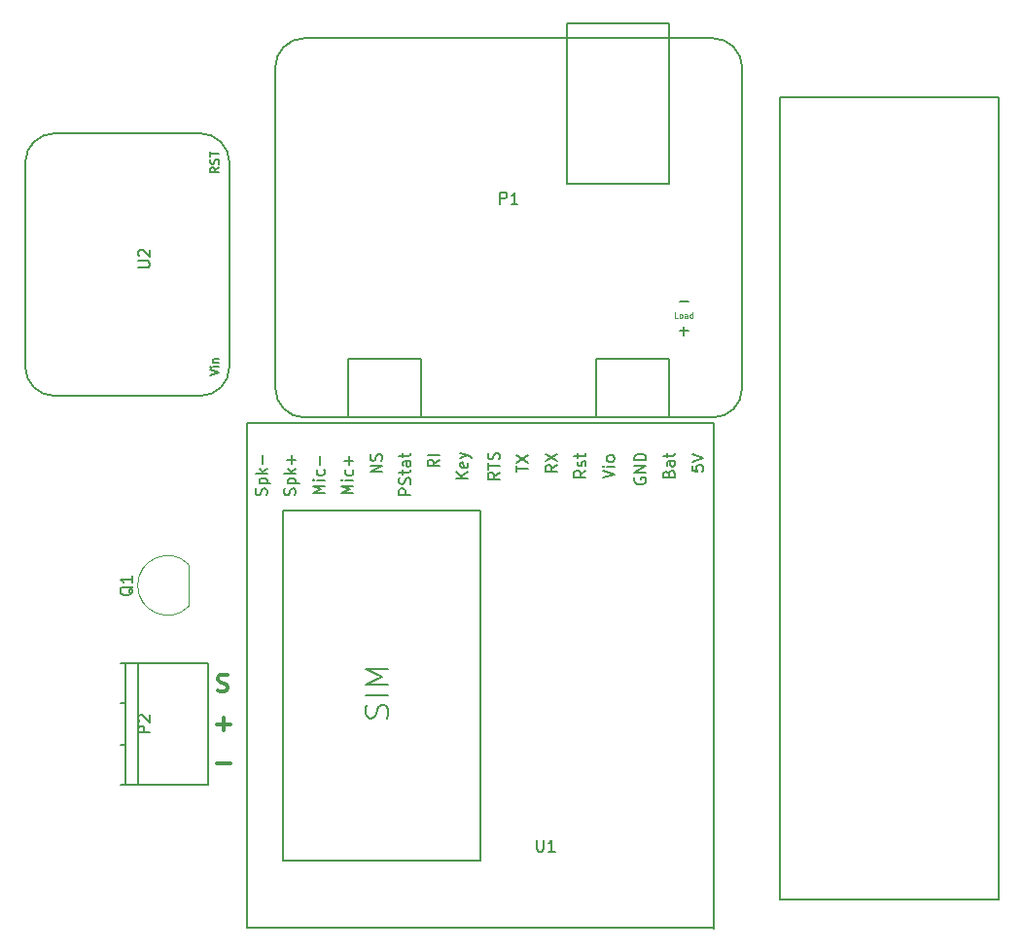
<source format=gbr>
G04 #@! TF.FileFunction,Legend,Top*
%FSLAX46Y46*%
G04 Gerber Fmt 4.6, Leading zero omitted, Abs format (unit mm)*
G04 Created by KiCad (PCBNEW 4.0.2-stable) date Thursday, March 16, 2017 'PMt' 02:05:18 PM*
%MOMM*%
G01*
G04 APERTURE LIST*
%ADD10C,0.100000*%
%ADD11C,0.300000*%
%ADD12C,0.150000*%
%ADD13C,0.120000*%
%ADD14C,0.125000*%
G04 APERTURE END LIST*
D10*
D11*
X97971429Y-117707143D02*
X98185715Y-117778571D01*
X98542858Y-117778571D01*
X98685715Y-117707143D01*
X98757144Y-117635714D01*
X98828572Y-117492857D01*
X98828572Y-117350000D01*
X98757144Y-117207143D01*
X98685715Y-117135714D01*
X98542858Y-117064286D01*
X98257144Y-116992857D01*
X98114286Y-116921429D01*
X98042858Y-116850000D01*
X97971429Y-116707143D01*
X97971429Y-116564286D01*
X98042858Y-116421429D01*
X98114286Y-116350000D01*
X98257144Y-116278571D01*
X98614286Y-116278571D01*
X98828572Y-116350000D01*
X97928572Y-124007143D02*
X99071429Y-124007143D01*
X97928572Y-120607143D02*
X99071429Y-120607143D01*
X98500000Y-121178571D02*
X98500000Y-120035714D01*
D12*
X89900000Y-118800000D02*
X89500000Y-118800000D01*
X89900000Y-122400000D02*
X89500000Y-122400000D01*
X91000000Y-115300000D02*
X91000000Y-125900000D01*
X89900000Y-115300000D02*
X89900000Y-125900000D01*
X97100000Y-115300000D02*
X89500000Y-115300000D01*
X89500000Y-125900000D02*
X97100000Y-125900000D01*
X97100000Y-125900000D02*
X97100000Y-115300000D01*
D13*
X95450000Y-110330000D02*
X95450000Y-106730000D01*
X95438478Y-110368478D02*
G75*
G02X91000000Y-108530000I-1838478J1838478D01*
G01*
X95438478Y-106691522D02*
G75*
G03X91000000Y-108530000I-1838478J-1838478D01*
G01*
D12*
X141120000Y-138200000D02*
X141120000Y-138400000D01*
X103655000Y-132505000D02*
X103655000Y-102025000D01*
X103655000Y-102025000D02*
X120800000Y-102025000D01*
X120800000Y-102025000D02*
X120800000Y-132505000D01*
X120800000Y-132505000D02*
X103655000Y-132505000D01*
X141120000Y-138355000D02*
X100480000Y-138355000D01*
X100480000Y-138300000D02*
X100480000Y-94405000D01*
X100480000Y-94405000D02*
X141120000Y-94405000D01*
X141120000Y-94405000D02*
X141120000Y-138300000D01*
X96450000Y-69170000D02*
X83750000Y-69170000D01*
X98990000Y-89490000D02*
X98990000Y-71710000D01*
X83750000Y-92030000D02*
X96450000Y-92030000D01*
X98990000Y-71710000D02*
G75*
G03X96450000Y-69170000I-2540000J0D01*
G01*
X96450000Y-92030000D02*
G75*
G03X98990000Y-89490000I0J2540000D01*
G01*
X81210000Y-71710000D02*
X81210000Y-89490000D01*
X83750000Y-69170000D02*
G75*
G03X81210000Y-71710000I0J-2540000D01*
G01*
X81210000Y-89490000D02*
G75*
G03X83750000Y-92030000I2540000J0D01*
G01*
X146940000Y-135860000D02*
X146940000Y-66010000D01*
X146940000Y-66010000D02*
X165990000Y-66010000D01*
X165990000Y-66010000D02*
X165990000Y-135860000D01*
X165990000Y-135860000D02*
X146940000Y-135860000D01*
X102980000Y-91370000D02*
X102980000Y-63430000D01*
X143620000Y-63430000D02*
X143620000Y-91370000D01*
X137270000Y-59620000D02*
X137270000Y-73590000D01*
X137270000Y-59620000D02*
X128380000Y-59620000D01*
X128380000Y-59620000D02*
X128380000Y-73590000D01*
X128380000Y-73590000D02*
X137270000Y-73590000D01*
X109330000Y-93910000D02*
X109330000Y-88830000D01*
X109330000Y-88830000D02*
X115680000Y-88830000D01*
X115680000Y-88830000D02*
X115680000Y-93910000D01*
X137270000Y-93910000D02*
X137270000Y-88830000D01*
X137270000Y-88830000D02*
X130920000Y-88830000D01*
X130920000Y-88830000D02*
X130920000Y-93910000D01*
X141080000Y-60890000D02*
X105520000Y-60890000D01*
X141080000Y-93910000D02*
X105520000Y-93910000D01*
X143620000Y-63430000D02*
G75*
G03X141080000Y-60890000I-2540000J0D01*
G01*
X105520000Y-60890000D02*
G75*
G03X102980000Y-63430000I0J-2540000D01*
G01*
X102980000Y-91370000D02*
G75*
G03X105520000Y-93910000I2540000J0D01*
G01*
X141080000Y-93910000D02*
G75*
G03X143620000Y-91370000I0J2540000D01*
G01*
X92052381Y-121338095D02*
X91052381Y-121338095D01*
X91052381Y-120957142D01*
X91100000Y-120861904D01*
X91147619Y-120814285D01*
X91242857Y-120766666D01*
X91385714Y-120766666D01*
X91480952Y-120814285D01*
X91528571Y-120861904D01*
X91576190Y-120957142D01*
X91576190Y-121338095D01*
X91147619Y-120385714D02*
X91100000Y-120338095D01*
X91052381Y-120242857D01*
X91052381Y-120004761D01*
X91100000Y-119909523D01*
X91147619Y-119861904D01*
X91242857Y-119814285D01*
X91338095Y-119814285D01*
X91480952Y-119861904D01*
X92052381Y-120433333D01*
X92052381Y-119814285D01*
X90587619Y-108625238D02*
X90540000Y-108720476D01*
X90444762Y-108815714D01*
X90301905Y-108958571D01*
X90254286Y-109053810D01*
X90254286Y-109149048D01*
X90492381Y-109101429D02*
X90444762Y-109196667D01*
X90349524Y-109291905D01*
X90159048Y-109339524D01*
X89825714Y-109339524D01*
X89635238Y-109291905D01*
X89540000Y-109196667D01*
X89492381Y-109101429D01*
X89492381Y-108910952D01*
X89540000Y-108815714D01*
X89635238Y-108720476D01*
X89825714Y-108672857D01*
X90159048Y-108672857D01*
X90349524Y-108720476D01*
X90444762Y-108815714D01*
X90492381Y-108910952D01*
X90492381Y-109101429D01*
X90492381Y-107720476D02*
X90492381Y-108291905D01*
X90492381Y-108006191D02*
X89492381Y-108006191D01*
X89635238Y-108101429D01*
X89730476Y-108196667D01*
X89778095Y-108291905D01*
X125753095Y-130687381D02*
X125753095Y-131496905D01*
X125800714Y-131592143D01*
X125848333Y-131639762D01*
X125943571Y-131687381D01*
X126134048Y-131687381D01*
X126229286Y-131639762D01*
X126276905Y-131592143D01*
X126324524Y-131496905D01*
X126324524Y-130687381D01*
X127324524Y-131687381D02*
X126753095Y-131687381D01*
X127038809Y-131687381D02*
X127038809Y-130687381D01*
X126943571Y-130830238D01*
X126848333Y-130925476D01*
X126753095Y-130973095D01*
X112719524Y-120090476D02*
X112814762Y-119804761D01*
X112814762Y-119328571D01*
X112719524Y-119138095D01*
X112624286Y-119042857D01*
X112433810Y-118947618D01*
X112243333Y-118947618D01*
X112052857Y-119042857D01*
X111957619Y-119138095D01*
X111862381Y-119328571D01*
X111767143Y-119709523D01*
X111671905Y-119899999D01*
X111576667Y-119995238D01*
X111386190Y-120090476D01*
X111195714Y-120090476D01*
X111005238Y-119995238D01*
X110910000Y-119899999D01*
X110814762Y-119709523D01*
X110814762Y-119233333D01*
X110910000Y-118947618D01*
X112814762Y-118090476D02*
X110814762Y-118090476D01*
X112814762Y-117138095D02*
X110814762Y-117138095D01*
X112243333Y-116471428D01*
X110814762Y-115804761D01*
X112814762Y-115804761D01*
X102204762Y-100661905D02*
X102252381Y-100519048D01*
X102252381Y-100280952D01*
X102204762Y-100185714D01*
X102157143Y-100138095D01*
X102061905Y-100090476D01*
X101966667Y-100090476D01*
X101871429Y-100138095D01*
X101823810Y-100185714D01*
X101776190Y-100280952D01*
X101728571Y-100471429D01*
X101680952Y-100566667D01*
X101633333Y-100614286D01*
X101538095Y-100661905D01*
X101442857Y-100661905D01*
X101347619Y-100614286D01*
X101300000Y-100566667D01*
X101252381Y-100471429D01*
X101252381Y-100233333D01*
X101300000Y-100090476D01*
X101585714Y-99661905D02*
X102585714Y-99661905D01*
X101633333Y-99661905D02*
X101585714Y-99566667D01*
X101585714Y-99376190D01*
X101633333Y-99280952D01*
X101680952Y-99233333D01*
X101776190Y-99185714D01*
X102061905Y-99185714D01*
X102157143Y-99233333D01*
X102204762Y-99280952D01*
X102252381Y-99376190D01*
X102252381Y-99566667D01*
X102204762Y-99661905D01*
X102252381Y-98757143D02*
X101252381Y-98757143D01*
X101871429Y-98661905D02*
X102252381Y-98376190D01*
X101585714Y-98376190D02*
X101966667Y-98757143D01*
X101871429Y-97947619D02*
X101871429Y-97185714D01*
X104704762Y-100661905D02*
X104752381Y-100519048D01*
X104752381Y-100280952D01*
X104704762Y-100185714D01*
X104657143Y-100138095D01*
X104561905Y-100090476D01*
X104466667Y-100090476D01*
X104371429Y-100138095D01*
X104323810Y-100185714D01*
X104276190Y-100280952D01*
X104228571Y-100471429D01*
X104180952Y-100566667D01*
X104133333Y-100614286D01*
X104038095Y-100661905D01*
X103942857Y-100661905D01*
X103847619Y-100614286D01*
X103800000Y-100566667D01*
X103752381Y-100471429D01*
X103752381Y-100233333D01*
X103800000Y-100090476D01*
X104085714Y-99661905D02*
X105085714Y-99661905D01*
X104133333Y-99661905D02*
X104085714Y-99566667D01*
X104085714Y-99376190D01*
X104133333Y-99280952D01*
X104180952Y-99233333D01*
X104276190Y-99185714D01*
X104561905Y-99185714D01*
X104657143Y-99233333D01*
X104704762Y-99280952D01*
X104752381Y-99376190D01*
X104752381Y-99566667D01*
X104704762Y-99661905D01*
X104752381Y-98757143D02*
X103752381Y-98757143D01*
X104371429Y-98661905D02*
X104752381Y-98376190D01*
X104085714Y-98376190D02*
X104466667Y-98757143D01*
X104371429Y-97947619D02*
X104371429Y-97185714D01*
X104752381Y-97566666D02*
X103990476Y-97566666D01*
X107252381Y-100519047D02*
X106252381Y-100519047D01*
X106966667Y-100185713D01*
X106252381Y-99852380D01*
X107252381Y-99852380D01*
X107252381Y-99376190D02*
X106585714Y-99376190D01*
X106252381Y-99376190D02*
X106300000Y-99423809D01*
X106347619Y-99376190D01*
X106300000Y-99328571D01*
X106252381Y-99376190D01*
X106347619Y-99376190D01*
X107204762Y-98471428D02*
X107252381Y-98566666D01*
X107252381Y-98757143D01*
X107204762Y-98852381D01*
X107157143Y-98900000D01*
X107061905Y-98947619D01*
X106776190Y-98947619D01*
X106680952Y-98900000D01*
X106633333Y-98852381D01*
X106585714Y-98757143D01*
X106585714Y-98566666D01*
X106633333Y-98471428D01*
X106871429Y-98042857D02*
X106871429Y-97280952D01*
X109752381Y-100519047D02*
X108752381Y-100519047D01*
X109466667Y-100185713D01*
X108752381Y-99852380D01*
X109752381Y-99852380D01*
X109752381Y-99376190D02*
X109085714Y-99376190D01*
X108752381Y-99376190D02*
X108800000Y-99423809D01*
X108847619Y-99376190D01*
X108800000Y-99328571D01*
X108752381Y-99376190D01*
X108847619Y-99376190D01*
X109704762Y-98471428D02*
X109752381Y-98566666D01*
X109752381Y-98757143D01*
X109704762Y-98852381D01*
X109657143Y-98900000D01*
X109561905Y-98947619D01*
X109276190Y-98947619D01*
X109180952Y-98900000D01*
X109133333Y-98852381D01*
X109085714Y-98757143D01*
X109085714Y-98566666D01*
X109133333Y-98471428D01*
X109371429Y-98042857D02*
X109371429Y-97280952D01*
X109752381Y-97661904D02*
X108990476Y-97661904D01*
X112252381Y-98661905D02*
X111252381Y-98661905D01*
X112252381Y-98090476D01*
X111252381Y-98090476D01*
X112204762Y-97661905D02*
X112252381Y-97519048D01*
X112252381Y-97280952D01*
X112204762Y-97185714D01*
X112157143Y-97138095D01*
X112061905Y-97090476D01*
X111966667Y-97090476D01*
X111871429Y-97138095D01*
X111823810Y-97185714D01*
X111776190Y-97280952D01*
X111728571Y-97471429D01*
X111680952Y-97566667D01*
X111633333Y-97614286D01*
X111538095Y-97661905D01*
X111442857Y-97661905D01*
X111347619Y-97614286D01*
X111300000Y-97566667D01*
X111252381Y-97471429D01*
X111252381Y-97233333D01*
X111300000Y-97090476D01*
X114752381Y-100661905D02*
X113752381Y-100661905D01*
X113752381Y-100280952D01*
X113800000Y-100185714D01*
X113847619Y-100138095D01*
X113942857Y-100090476D01*
X114085714Y-100090476D01*
X114180952Y-100138095D01*
X114228571Y-100185714D01*
X114276190Y-100280952D01*
X114276190Y-100661905D01*
X114704762Y-99709524D02*
X114752381Y-99566667D01*
X114752381Y-99328571D01*
X114704762Y-99233333D01*
X114657143Y-99185714D01*
X114561905Y-99138095D01*
X114466667Y-99138095D01*
X114371429Y-99185714D01*
X114323810Y-99233333D01*
X114276190Y-99328571D01*
X114228571Y-99519048D01*
X114180952Y-99614286D01*
X114133333Y-99661905D01*
X114038095Y-99709524D01*
X113942857Y-99709524D01*
X113847619Y-99661905D01*
X113800000Y-99614286D01*
X113752381Y-99519048D01*
X113752381Y-99280952D01*
X113800000Y-99138095D01*
X114085714Y-98852381D02*
X114085714Y-98471429D01*
X113752381Y-98709524D02*
X114609524Y-98709524D01*
X114704762Y-98661905D01*
X114752381Y-98566667D01*
X114752381Y-98471429D01*
X114752381Y-97709523D02*
X114228571Y-97709523D01*
X114133333Y-97757142D01*
X114085714Y-97852380D01*
X114085714Y-98042857D01*
X114133333Y-98138095D01*
X114704762Y-97709523D02*
X114752381Y-97804761D01*
X114752381Y-98042857D01*
X114704762Y-98138095D01*
X114609524Y-98185714D01*
X114514286Y-98185714D01*
X114419048Y-98138095D01*
X114371429Y-98042857D01*
X114371429Y-97804761D01*
X114323810Y-97709523D01*
X114085714Y-97376190D02*
X114085714Y-96995238D01*
X113752381Y-97233333D02*
X114609524Y-97233333D01*
X114704762Y-97185714D01*
X114752381Y-97090476D01*
X114752381Y-96995238D01*
X117252381Y-97578571D02*
X116776190Y-97911905D01*
X117252381Y-98150000D02*
X116252381Y-98150000D01*
X116252381Y-97769047D01*
X116300000Y-97673809D01*
X116347619Y-97626190D01*
X116442857Y-97578571D01*
X116585714Y-97578571D01*
X116680952Y-97626190D01*
X116728571Y-97673809D01*
X116776190Y-97769047D01*
X116776190Y-98150000D01*
X117252381Y-97150000D02*
X116252381Y-97150000D01*
X119752381Y-99221429D02*
X118752381Y-99221429D01*
X119752381Y-98650000D02*
X119180952Y-99078572D01*
X118752381Y-98650000D02*
X119323810Y-99221429D01*
X119704762Y-97840476D02*
X119752381Y-97935714D01*
X119752381Y-98126191D01*
X119704762Y-98221429D01*
X119609524Y-98269048D01*
X119228571Y-98269048D01*
X119133333Y-98221429D01*
X119085714Y-98126191D01*
X119085714Y-97935714D01*
X119133333Y-97840476D01*
X119228571Y-97792857D01*
X119323810Y-97792857D01*
X119419048Y-98269048D01*
X119085714Y-97459524D02*
X119752381Y-97221429D01*
X119085714Y-96983333D02*
X119752381Y-97221429D01*
X119990476Y-97316667D01*
X120038095Y-97364286D01*
X120085714Y-97459524D01*
X122502381Y-98697619D02*
X122026190Y-99030953D01*
X122502381Y-99269048D02*
X121502381Y-99269048D01*
X121502381Y-98888095D01*
X121550000Y-98792857D01*
X121597619Y-98745238D01*
X121692857Y-98697619D01*
X121835714Y-98697619D01*
X121930952Y-98745238D01*
X121978571Y-98792857D01*
X122026190Y-98888095D01*
X122026190Y-99269048D01*
X121502381Y-98411905D02*
X121502381Y-97840476D01*
X122502381Y-98126191D02*
X121502381Y-98126191D01*
X122454762Y-97554762D02*
X122502381Y-97411905D01*
X122502381Y-97173809D01*
X122454762Y-97078571D01*
X122407143Y-97030952D01*
X122311905Y-96983333D01*
X122216667Y-96983333D01*
X122121429Y-97030952D01*
X122073810Y-97078571D01*
X122026190Y-97173809D01*
X121978571Y-97364286D01*
X121930952Y-97459524D01*
X121883333Y-97507143D01*
X121788095Y-97554762D01*
X121692857Y-97554762D01*
X121597619Y-97507143D01*
X121550000Y-97459524D01*
X121502381Y-97364286D01*
X121502381Y-97126190D01*
X121550000Y-96983333D01*
X124002381Y-98661905D02*
X124002381Y-98090476D01*
X125002381Y-98376191D02*
X124002381Y-98376191D01*
X124002381Y-97852381D02*
X125002381Y-97185714D01*
X124002381Y-97185714D02*
X125002381Y-97852381D01*
X127502381Y-98066666D02*
X127026190Y-98400000D01*
X127502381Y-98638095D02*
X126502381Y-98638095D01*
X126502381Y-98257142D01*
X126550000Y-98161904D01*
X126597619Y-98114285D01*
X126692857Y-98066666D01*
X126835714Y-98066666D01*
X126930952Y-98114285D01*
X126978571Y-98161904D01*
X127026190Y-98257142D01*
X127026190Y-98638095D01*
X126502381Y-97733333D02*
X127502381Y-97066666D01*
X126502381Y-97066666D02*
X127502381Y-97733333D01*
X130002381Y-98530952D02*
X129526190Y-98864286D01*
X130002381Y-99102381D02*
X129002381Y-99102381D01*
X129002381Y-98721428D01*
X129050000Y-98626190D01*
X129097619Y-98578571D01*
X129192857Y-98530952D01*
X129335714Y-98530952D01*
X129430952Y-98578571D01*
X129478571Y-98626190D01*
X129526190Y-98721428D01*
X129526190Y-99102381D01*
X129954762Y-98150000D02*
X130002381Y-98054762D01*
X130002381Y-97864286D01*
X129954762Y-97769047D01*
X129859524Y-97721428D01*
X129811905Y-97721428D01*
X129716667Y-97769047D01*
X129669048Y-97864286D01*
X129669048Y-98007143D01*
X129621429Y-98102381D01*
X129526190Y-98150000D01*
X129478571Y-98150000D01*
X129383333Y-98102381D01*
X129335714Y-98007143D01*
X129335714Y-97864286D01*
X129383333Y-97769047D01*
X129335714Y-97435714D02*
X129335714Y-97054762D01*
X129002381Y-97292857D02*
X129859524Y-97292857D01*
X129954762Y-97245238D01*
X130002381Y-97150000D01*
X130002381Y-97054762D01*
X131502381Y-99173809D02*
X132502381Y-98840476D01*
X131502381Y-98507142D01*
X132502381Y-98173809D02*
X131835714Y-98173809D01*
X131502381Y-98173809D02*
X131550000Y-98221428D01*
X131597619Y-98173809D01*
X131550000Y-98126190D01*
X131502381Y-98173809D01*
X131597619Y-98173809D01*
X132502381Y-97554762D02*
X132454762Y-97650000D01*
X132407143Y-97697619D01*
X132311905Y-97745238D01*
X132026190Y-97745238D01*
X131930952Y-97697619D01*
X131883333Y-97650000D01*
X131835714Y-97554762D01*
X131835714Y-97411904D01*
X131883333Y-97316666D01*
X131930952Y-97269047D01*
X132026190Y-97221428D01*
X132311905Y-97221428D01*
X132407143Y-97269047D01*
X132454762Y-97316666D01*
X132502381Y-97411904D01*
X132502381Y-97554762D01*
X134300000Y-99161904D02*
X134252381Y-99257142D01*
X134252381Y-99399999D01*
X134300000Y-99542857D01*
X134395238Y-99638095D01*
X134490476Y-99685714D01*
X134680952Y-99733333D01*
X134823810Y-99733333D01*
X135014286Y-99685714D01*
X135109524Y-99638095D01*
X135204762Y-99542857D01*
X135252381Y-99399999D01*
X135252381Y-99304761D01*
X135204762Y-99161904D01*
X135157143Y-99114285D01*
X134823810Y-99114285D01*
X134823810Y-99304761D01*
X135252381Y-98685714D02*
X134252381Y-98685714D01*
X135252381Y-98114285D01*
X134252381Y-98114285D01*
X135252381Y-97638095D02*
X134252381Y-97638095D01*
X134252381Y-97400000D01*
X134300000Y-97257142D01*
X134395238Y-97161904D01*
X134490476Y-97114285D01*
X134680952Y-97066666D01*
X134823810Y-97066666D01*
X135014286Y-97114285D01*
X135109524Y-97161904D01*
X135204762Y-97257142D01*
X135252381Y-97400000D01*
X135252381Y-97638095D01*
X137228571Y-98816666D02*
X137276190Y-98673809D01*
X137323810Y-98626190D01*
X137419048Y-98578571D01*
X137561905Y-98578571D01*
X137657143Y-98626190D01*
X137704762Y-98673809D01*
X137752381Y-98769047D01*
X137752381Y-99150000D01*
X136752381Y-99150000D01*
X136752381Y-98816666D01*
X136800000Y-98721428D01*
X136847619Y-98673809D01*
X136942857Y-98626190D01*
X137038095Y-98626190D01*
X137133333Y-98673809D01*
X137180952Y-98721428D01*
X137228571Y-98816666D01*
X137228571Y-99150000D01*
X137752381Y-97721428D02*
X137228571Y-97721428D01*
X137133333Y-97769047D01*
X137085714Y-97864285D01*
X137085714Y-98054762D01*
X137133333Y-98150000D01*
X137704762Y-97721428D02*
X137752381Y-97816666D01*
X137752381Y-98054762D01*
X137704762Y-98150000D01*
X137609524Y-98197619D01*
X137514286Y-98197619D01*
X137419048Y-98150000D01*
X137371429Y-98054762D01*
X137371429Y-97816666D01*
X137323810Y-97721428D01*
X137085714Y-97388095D02*
X137085714Y-97007143D01*
X136752381Y-97245238D02*
X137609524Y-97245238D01*
X137704762Y-97197619D01*
X137752381Y-97102381D01*
X137752381Y-97007143D01*
X139252381Y-98090476D02*
X139252381Y-98566667D01*
X139728571Y-98614286D01*
X139680952Y-98566667D01*
X139633333Y-98471429D01*
X139633333Y-98233333D01*
X139680952Y-98138095D01*
X139728571Y-98090476D01*
X139823810Y-98042857D01*
X140061905Y-98042857D01*
X140157143Y-98090476D01*
X140204762Y-98138095D01*
X140252381Y-98233333D01*
X140252381Y-98471429D01*
X140204762Y-98566667D01*
X140157143Y-98614286D01*
X139252381Y-97757143D02*
X140252381Y-97423810D01*
X139252381Y-97090476D01*
X91052381Y-80861905D02*
X91861905Y-80861905D01*
X91957143Y-80814286D01*
X92004762Y-80766667D01*
X92052381Y-80671429D01*
X92052381Y-80480952D01*
X92004762Y-80385714D01*
X91957143Y-80338095D01*
X91861905Y-80290476D01*
X91052381Y-80290476D01*
X91147619Y-79861905D02*
X91100000Y-79814286D01*
X91052381Y-79719048D01*
X91052381Y-79480952D01*
X91100000Y-79385714D01*
X91147619Y-79338095D01*
X91242857Y-79290476D01*
X91338095Y-79290476D01*
X91480952Y-79338095D01*
X92052381Y-79909524D01*
X92052381Y-79290476D01*
X98059286Y-72120714D02*
X97702143Y-72370714D01*
X98059286Y-72549286D02*
X97309286Y-72549286D01*
X97309286Y-72263571D01*
X97345000Y-72192143D01*
X97380714Y-72156428D01*
X97452143Y-72120714D01*
X97559286Y-72120714D01*
X97630714Y-72156428D01*
X97666429Y-72192143D01*
X97702143Y-72263571D01*
X97702143Y-72549286D01*
X98023571Y-71835000D02*
X98059286Y-71727857D01*
X98059286Y-71549286D01*
X98023571Y-71477857D01*
X97987857Y-71442143D01*
X97916429Y-71406428D01*
X97845000Y-71406428D01*
X97773571Y-71442143D01*
X97737857Y-71477857D01*
X97702143Y-71549286D01*
X97666429Y-71692143D01*
X97630714Y-71763571D01*
X97595000Y-71799286D01*
X97523571Y-71835000D01*
X97452143Y-71835000D01*
X97380714Y-71799286D01*
X97345000Y-71763571D01*
X97309286Y-71692143D01*
X97309286Y-71513571D01*
X97345000Y-71406428D01*
X97309286Y-71192142D02*
X97309286Y-70763571D01*
X98059286Y-70977857D02*
X97309286Y-70977857D01*
X97309286Y-90257856D02*
X98059286Y-90007856D01*
X97309286Y-89757856D01*
X98059286Y-89507857D02*
X97559286Y-89507857D01*
X97309286Y-89507857D02*
X97345000Y-89543571D01*
X97380714Y-89507857D01*
X97345000Y-89472142D01*
X97309286Y-89507857D01*
X97380714Y-89507857D01*
X97559286Y-89150714D02*
X98059286Y-89150714D01*
X97630714Y-89150714D02*
X97595000Y-89114999D01*
X97559286Y-89043571D01*
X97559286Y-88936428D01*
X97595000Y-88864999D01*
X97666429Y-88829285D01*
X98059286Y-88829285D01*
X122561905Y-75312381D02*
X122561905Y-74312381D01*
X122942858Y-74312381D01*
X123038096Y-74360000D01*
X123085715Y-74407619D01*
X123133334Y-74502857D01*
X123133334Y-74645714D01*
X123085715Y-74740952D01*
X123038096Y-74788571D01*
X122942858Y-74836190D01*
X122561905Y-74836190D01*
X124085715Y-75312381D02*
X123514286Y-75312381D01*
X123800000Y-75312381D02*
X123800000Y-74312381D01*
X123704762Y-74455238D01*
X123609524Y-74550476D01*
X123514286Y-74598095D01*
X138159048Y-83821429D02*
X138920953Y-83821429D01*
X138159048Y-86361429D02*
X138920953Y-86361429D01*
X138540001Y-86742381D02*
X138540001Y-85980476D01*
D14*
X138016191Y-85246190D02*
X137778096Y-85246190D01*
X137778096Y-84746190D01*
X138254286Y-85246190D02*
X138206667Y-85222381D01*
X138182858Y-85198571D01*
X138159048Y-85150952D01*
X138159048Y-85008095D01*
X138182858Y-84960476D01*
X138206667Y-84936667D01*
X138254286Y-84912857D01*
X138325715Y-84912857D01*
X138373334Y-84936667D01*
X138397143Y-84960476D01*
X138420953Y-85008095D01*
X138420953Y-85150952D01*
X138397143Y-85198571D01*
X138373334Y-85222381D01*
X138325715Y-85246190D01*
X138254286Y-85246190D01*
X138849524Y-85246190D02*
X138849524Y-84984286D01*
X138825715Y-84936667D01*
X138778096Y-84912857D01*
X138682858Y-84912857D01*
X138635239Y-84936667D01*
X138849524Y-85222381D02*
X138801905Y-85246190D01*
X138682858Y-85246190D01*
X138635239Y-85222381D01*
X138611429Y-85174762D01*
X138611429Y-85127143D01*
X138635239Y-85079524D01*
X138682858Y-85055714D01*
X138801905Y-85055714D01*
X138849524Y-85031905D01*
X139301905Y-85246190D02*
X139301905Y-84746190D01*
X139301905Y-85222381D02*
X139254286Y-85246190D01*
X139159048Y-85246190D01*
X139111429Y-85222381D01*
X139087620Y-85198571D01*
X139063810Y-85150952D01*
X139063810Y-85008095D01*
X139087620Y-84960476D01*
X139111429Y-84936667D01*
X139159048Y-84912857D01*
X139254286Y-84912857D01*
X139301905Y-84936667D01*
M02*

</source>
